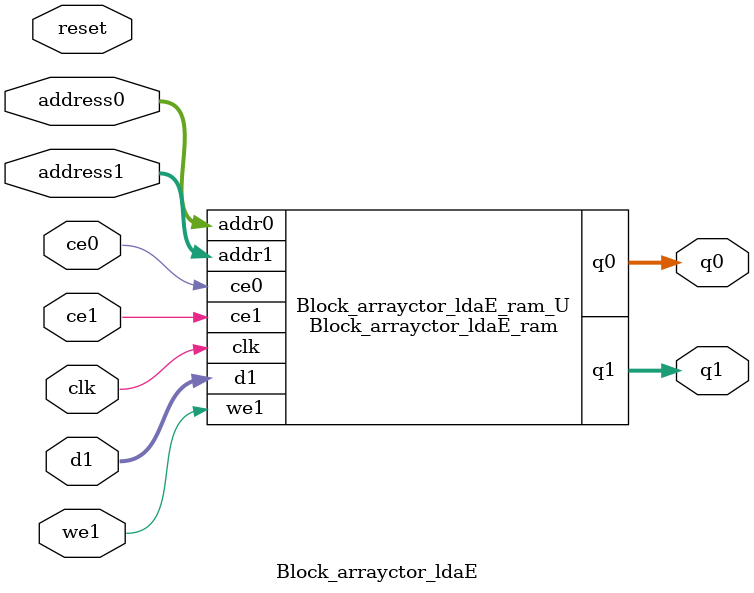
<source format=v>
`timescale 1 ns / 1 ps
module Block_arrayctor_ldaE_ram (addr0, ce0, q0, addr1, ce1, d1, we1, q1,  clk);

parameter DWIDTH = 5;
parameter AWIDTH = 6;
parameter MEM_SIZE = 42;

input[AWIDTH-1:0] addr0;
input ce0;
output reg[DWIDTH-1:0] q0;
input[AWIDTH-1:0] addr1;
input ce1;
input[DWIDTH-1:0] d1;
input we1;
output reg[DWIDTH-1:0] q1;
input clk;

(* ram_style = "distributed" *)reg [DWIDTH-1:0] ram[0:MEM_SIZE-1];




always @(posedge clk)  
begin 
    if (ce0) begin
        q0 <= ram[addr0];
    end
end


always @(posedge clk)  
begin 
    if (ce1) begin
        if (we1) 
            ram[addr1] <= d1; 
        q1 <= ram[addr1];
    end
end


endmodule

`timescale 1 ns / 1 ps
module Block_arrayctor_ldaE(
    reset,
    clk,
    address0,
    ce0,
    q0,
    address1,
    ce1,
    we1,
    d1,
    q1);

parameter DataWidth = 32'd5;
parameter AddressRange = 32'd42;
parameter AddressWidth = 32'd6;
input reset;
input clk;
input[AddressWidth - 1:0] address0;
input ce0;
output[DataWidth - 1:0] q0;
input[AddressWidth - 1:0] address1;
input ce1;
input we1;
input[DataWidth - 1:0] d1;
output[DataWidth - 1:0] q1;



Block_arrayctor_ldaE_ram Block_arrayctor_ldaE_ram_U(
    .clk( clk ),
    .addr0( address0 ),
    .ce0( ce0 ),
    .q0( q0 ),
    .addr1( address1 ),
    .ce1( ce1 ),
    .we1( we1 ),
    .d1( d1 ),
    .q1( q1 ));

endmodule


</source>
